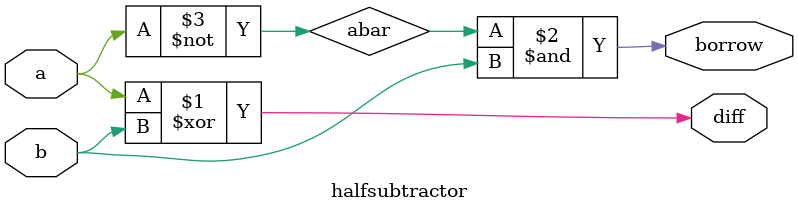
<source format=v>
module halfsubtractor
  (input a,b,
   output diff,borrow);
  wire abar;
  not(abar,a);
  xor(diff,a,b);
  and(borrow,abar,b);
endmodule
</source>
